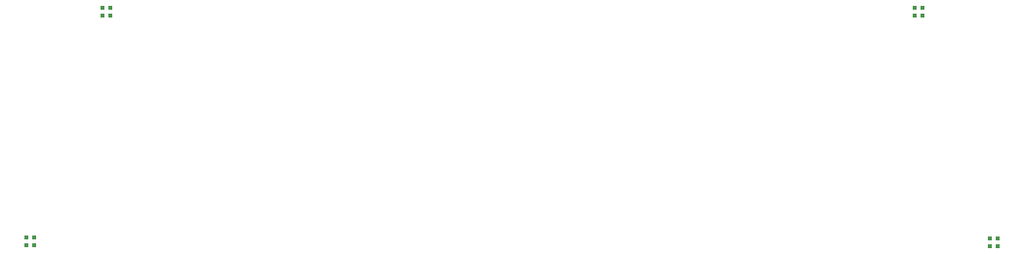
<source format=gbr>
%TF.GenerationSoftware,KiCad,Pcbnew,8.0.2*%
%TF.CreationDate,2024-12-03T00:09:39-08:00*%
%TF.ProjectId,procon_trigger_pcb,70726f63-6f6e-45f7-9472-69676765725f,rev?*%
%TF.SameCoordinates,Original*%
%TF.FileFunction,Paste,Top*%
%TF.FilePolarity,Positive*%
%FSLAX46Y46*%
G04 Gerber Fmt 4.6, Leading zero omitted, Abs format (unit mm)*
G04 Created by KiCad (PCBNEW 8.0.2) date 2024-12-03 00:09:39*
%MOMM*%
%LPD*%
G01*
G04 APERTURE LIST*
%ADD10R,0.370000X0.370000*%
G04 APERTURE END LIST*
D10*
%TO.C,L3*%
X263010000Y-117270000D03*
X263680000Y-117270000D03*
X263680000Y-116600000D03*
X263010000Y-116600000D03*
%TD*%
%TO.C,L4*%
X269565000Y-137270000D03*
X270235000Y-137270000D03*
X270235000Y-136600000D03*
X269565000Y-136600000D03*
%TD*%
%TO.C,L1*%
X185990000Y-137245000D03*
X186660000Y-137245000D03*
X186660000Y-136575000D03*
X185990000Y-136575000D03*
%TD*%
%TO.C,L2*%
X192590000Y-117250000D03*
X193260000Y-117250000D03*
X193260000Y-116580000D03*
X192590000Y-116580000D03*
%TD*%
M02*

</source>
